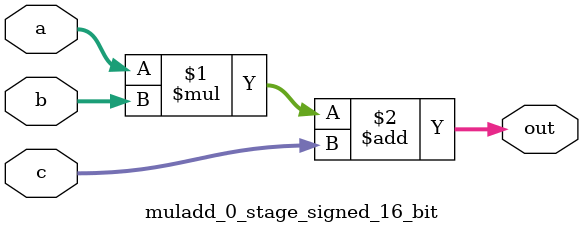
<source format=sv>
(* use_dsp = "yes" *) module muladd_0_stage_signed_16_bit(
	input signed [15:0] a,
	input signed [15:0] b,
	input signed [15:0] c,
	output [15:0] out
	);

	assign out = (a * b) + c;
endmodule

</source>
